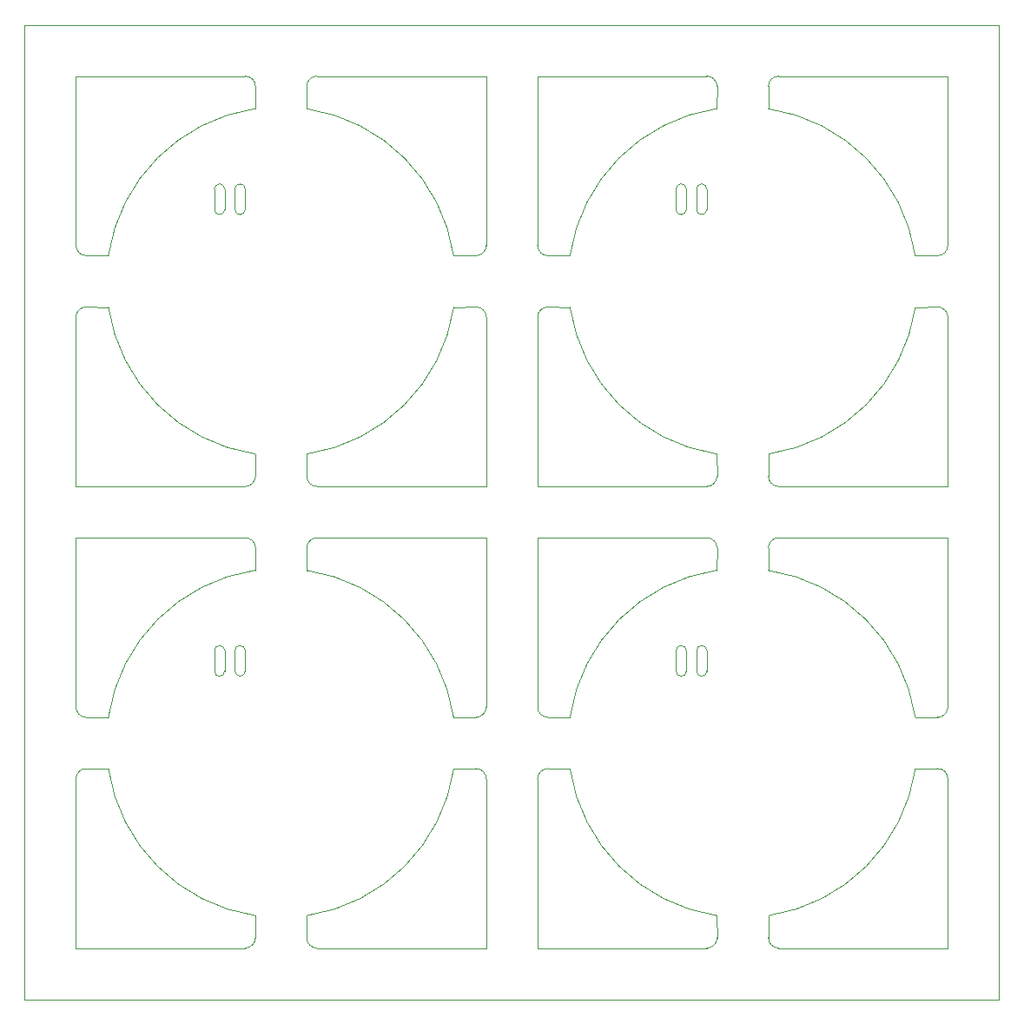
<source format=gm1>
%TF.GenerationSoftware,KiCad,Pcbnew,8.99.0-2433-g53022ab347*%
%TF.CreationDate,2024-09-29T16:39:53+02:00*%
%TF.ProjectId,BlinkyLoopSAO_2x2_panel,426c696e-6b79-44c6-9f6f-7053414f5f32,1.0*%
%TF.SameCoordinates,PX2faf080PY2faf080*%
%TF.FileFunction,Profile,NP*%
%FSLAX46Y46*%
G04 Gerber Fmt 4.6, Leading zero omitted, Abs format (unit mm)*
G04 Created by KiCad (PCBNEW 8.99.0-2433-g53022ab347) date 2024-09-29 16:39:53*
%MOMM*%
%LPD*%
G01*
G04 APERTURE LIST*
%TA.AperFunction,Profile*%
%ADD10C,0.050000*%
%TD*%
G04 APERTURE END LIST*
D10*
X66500000Y-5000000D02*
G75*
G02*
X67500000Y-6000000I0J-1000000D01*
G01*
X6000000Y-67500000D02*
X8163816Y-67483814D01*
X6000000Y-27500000D02*
X8163815Y-27516183D01*
X4999999Y-73499999D02*
G75*
G02*
X6000000Y-72499999I1000001J-1D01*
G01*
X90000000Y-50000000D02*
X89999999Y-66500001D01*
X6000000Y-22500000D02*
G75*
G02*
X5000000Y-21500001I0J1000000D01*
G01*
X27500000Y-53180000D02*
G75*
G02*
X41820000Y-67500000I-2516200J-16836200D01*
G01*
X22500000Y-44000000D02*
G75*
G02*
X21500002Y-45000000I-1000000J0D01*
G01*
X44999999Y-21500001D02*
G75*
G02*
X44000000Y-22499999I-999999J1D01*
G01*
X22483813Y-86836185D02*
G75*
G02*
X8163814Y-72516183I2516187J16836185D01*
G01*
X95000000Y-95000000D02*
X0Y-95000000D01*
X27500000Y-6000000D02*
X27500000Y-8180000D01*
X41820000Y-22500000D02*
X44000000Y-22500000D01*
X6000000Y-22500000D02*
X8163816Y-22483814D01*
X4999999Y-28499999D02*
X5000000Y-45000000D01*
X45000000Y-45000000D02*
X45000001Y-28499999D01*
X86836182Y-72516185D02*
X89000000Y-72500000D01*
X90000000Y-45000000D02*
X90000001Y-28499999D01*
X0Y0D02*
X95000000Y0D01*
X50000000Y-50000000D02*
X50000000Y-65000000D01*
X49999999Y-73499999D02*
X50000000Y-90000000D01*
X72500000Y-6000000D02*
X72500000Y-8180000D01*
X49999999Y-28499999D02*
G75*
G02*
X51000000Y-27499999I1000001J-1D01*
G01*
X73499998Y-90000000D02*
X90000000Y-90000000D01*
X21500000Y-5000000D02*
G75*
G02*
X22500000Y-6000000I0J-1000000D01*
G01*
X86836183Y-72516185D02*
G75*
G02*
X72516183Y-86836183I-16836183J2516185D01*
G01*
X28499998Y-45000000D02*
X45000000Y-45000000D01*
X73499998Y-45000000D02*
G75*
G02*
X72500000Y-44000000I2J1000000D01*
G01*
X41836182Y-27516185D02*
X44000000Y-27500000D01*
X44000000Y-72500000D02*
G75*
G02*
X45000000Y-73499999I0J-1000000D01*
G01*
X27500000Y-51000000D02*
X27500000Y-53180000D01*
X89000000Y-72500000D02*
G75*
G02*
X90000000Y-73499999I0J-1000000D01*
G01*
X95000000Y0D02*
X95000000Y-95000000D01*
X50000000Y-65000000D02*
X50000001Y-66500001D01*
X5000000Y-5000000D02*
X5000000Y-20000000D01*
X90000000Y-5000000D02*
X89999999Y-21500001D01*
X51000000Y-67500000D02*
G75*
G02*
X50000000Y-66500001I0J1000000D01*
G01*
X8163815Y-22483814D02*
G75*
G02*
X22483817Y-8163815I16836185J-2516186D01*
G01*
X5000000Y-50000000D02*
X5000000Y-65000000D01*
X5000000Y-65000000D02*
X5000001Y-66500001D01*
X41836182Y-72516185D02*
X44000000Y-72500000D01*
X89000000Y-27500000D02*
G75*
G02*
X90000000Y-28499999I0J-1000000D01*
G01*
X89999999Y-21500001D02*
G75*
G02*
X89000000Y-22499999I-999999J1D01*
G01*
X45000000Y-5000000D02*
X44999999Y-21500001D01*
X27500000Y-51000000D02*
G75*
G02*
X28500000Y-50000000I1000000J0D01*
G01*
X67500000Y-51000000D02*
X67483817Y-53163814D01*
X0Y-95000000D02*
X0Y0D01*
X67483813Y-41836185D02*
X67500000Y-44000000D01*
X50000000Y-20000000D02*
X50000001Y-21500001D01*
X44000000Y-27500000D02*
G75*
G02*
X45000000Y-28499999I0J-1000000D01*
G01*
X41836183Y-72516185D02*
G75*
G02*
X27516183Y-86836183I-16836183J2516185D01*
G01*
X27500000Y-6000000D02*
G75*
G02*
X28500000Y-5000000I1000000J0D01*
G01*
X5000000Y-20000000D02*
X5000001Y-21500001D01*
X41836183Y-27516185D02*
G75*
G02*
X27516183Y-41836183I-16836183J2516185D01*
G01*
X28499998Y-90000000D02*
X45000000Y-90000000D01*
X72516183Y-41836184D02*
X72500000Y-44000000D01*
X50000000Y-90000000D02*
X66500002Y-89999999D01*
X51000000Y-67500000D02*
X53163816Y-67483814D01*
X4999999Y-28499999D02*
G75*
G02*
X6000000Y-27499999I1000001J-1D01*
G01*
X72516183Y-86836184D02*
X72500000Y-89000000D01*
X53163815Y-67483814D02*
G75*
G02*
X67483817Y-53163815I16836185J-2516186D01*
G01*
X6000000Y-67500000D02*
G75*
G02*
X5000000Y-66500001I0J1000000D01*
G01*
X72500000Y-6000000D02*
G75*
G02*
X73500000Y-5000000I1000000J0D01*
G01*
X72500000Y-8180000D02*
G75*
G02*
X86820000Y-22500000I-2516200J-16836200D01*
G01*
X67483813Y-41836185D02*
G75*
G02*
X53163814Y-27516183I2516187J16836185D01*
G01*
X86836182Y-27516185D02*
X89000000Y-27500000D01*
X89999999Y-66500001D02*
G75*
G02*
X89000000Y-67499999I-999999J1D01*
G01*
X86820000Y-67500000D02*
X89000000Y-67500000D01*
X72500000Y-53180000D02*
G75*
G02*
X86820000Y-67500000I-2516200J-16836200D01*
G01*
X49999999Y-28499999D02*
X50000000Y-45000000D01*
X21500000Y-50000000D02*
X5000000Y-50000000D01*
X21500000Y-5000000D02*
X5000000Y-5000000D01*
X41820000Y-67500000D02*
X44000000Y-67500000D01*
X67500000Y-6000000D02*
X67483817Y-8163814D01*
X66500000Y-50000000D02*
X50000000Y-50000000D01*
X51000000Y-22500000D02*
X53163816Y-22483814D01*
X5000000Y-90000000D02*
X21500002Y-89999999D01*
X67483813Y-86836185D02*
G75*
G02*
X53163814Y-72516183I2516187J16836185D01*
G01*
X67500000Y-44000000D02*
G75*
G02*
X66500002Y-45000000I-1000000J0D01*
G01*
X72500000Y-51000000D02*
X72500000Y-53180000D01*
X49999999Y-73499999D02*
G75*
G02*
X51000000Y-72499999I1000001J-1D01*
G01*
X6000000Y-72500000D02*
X8163815Y-72516183D01*
X21500000Y-50000000D02*
G75*
G02*
X22500000Y-51000000I0J-1000000D01*
G01*
X4999999Y-73499999D02*
X5000000Y-90000000D01*
X66500000Y-50000000D02*
G75*
G02*
X67500000Y-51000000I0J-1000000D01*
G01*
X73499998Y-90000000D02*
G75*
G02*
X72500000Y-89000000I2J1000000D01*
G01*
X53163815Y-22483814D02*
G75*
G02*
X67483817Y-8163815I16836185J-2516186D01*
G01*
X27516183Y-41836184D02*
X27500000Y-44000000D01*
X86820000Y-22500000D02*
X89000000Y-22500000D01*
X5000000Y-45000000D02*
X21500002Y-44999999D01*
X27500000Y-8180000D02*
G75*
G02*
X41820000Y-22500000I-2516200J-16836200D01*
G01*
X90000000Y-90000000D02*
X90000001Y-73499999D01*
X22483813Y-41836185D02*
G75*
G02*
X8163814Y-27516183I2516187J16836185D01*
G01*
X51000000Y-27500000D02*
X53163815Y-27516183D01*
X51000000Y-22500000D02*
G75*
G02*
X50000000Y-21500001I0J1000000D01*
G01*
X22500000Y-89000000D02*
G75*
G02*
X21500002Y-90000000I-1000000J0D01*
G01*
X50000000Y-5000000D02*
X50000000Y-20000000D01*
X28500000Y-5000000D02*
X45000000Y-5000000D01*
X72500000Y-51000000D02*
G75*
G02*
X73500000Y-50000000I1000000J0D01*
G01*
X67483813Y-86836185D02*
X67500000Y-89000000D01*
X45000000Y-90000000D02*
X45000001Y-73499999D01*
X51000000Y-72500000D02*
X53163815Y-72516183D01*
X28499998Y-90000000D02*
G75*
G02*
X27500000Y-89000000I2J1000000D01*
G01*
X67500000Y-89000000D02*
G75*
G02*
X66500002Y-90000000I-1000000J0D01*
G01*
X66500000Y-5000000D02*
X50000000Y-5000000D01*
X27516183Y-86836184D02*
X27500000Y-89000000D01*
X44999999Y-66500001D02*
G75*
G02*
X44000000Y-67499999I-999999J1D01*
G01*
X86836183Y-27516185D02*
G75*
G02*
X72516183Y-41836183I-16836183J2516185D01*
G01*
X45000000Y-50000000D02*
X44999999Y-66500001D01*
X22500000Y-6000000D02*
X22483817Y-8163814D01*
X50000000Y-45000000D02*
X66500002Y-44999999D01*
X73500000Y-5000000D02*
X90000000Y-5000000D01*
X8163815Y-67483814D02*
G75*
G02*
X22483817Y-53163815I16836185J-2516186D01*
G01*
X28499998Y-45000000D02*
G75*
G02*
X27500000Y-44000000I2J1000000D01*
G01*
X22483813Y-41836185D02*
X22500000Y-44000000D01*
X22483813Y-86836185D02*
X22500000Y-89000000D01*
X73500000Y-50000000D02*
X90000000Y-50000000D01*
X73499998Y-45000000D02*
X90000000Y-45000000D01*
X22500000Y-51000000D02*
X22483817Y-53163814D01*
X28500000Y-50000000D02*
X45000000Y-50000000D01*
X19500000Y-18000004D02*
G75*
G02*
X18500000Y-18000000I-500000J4D01*
G01*
X21500000Y-16000002D02*
X21500000Y-18000002D01*
X21500000Y-18000002D02*
G75*
G02*
X20500000Y-17999998I-500000J2D01*
G01*
X20500000Y-15999998D02*
G75*
G02*
X21500000Y-16000002I500000J-2D01*
G01*
X18500000Y-16000000D02*
G75*
G02*
X19500000Y-16000004I500000J0D01*
G01*
X19500000Y-16000004D02*
X19500000Y-18000004D01*
X20500000Y-17999998D02*
X20500000Y-15999998D01*
X18500000Y-18000000D02*
X18500000Y-16000000D01*
X64500000Y-18000004D02*
G75*
G02*
X63500000Y-18000000I-500000J4D01*
G01*
X66500000Y-16000002D02*
X66500000Y-18000002D01*
X66500000Y-18000002D02*
G75*
G02*
X65500000Y-17999998I-500000J2D01*
G01*
X65500000Y-15999998D02*
G75*
G02*
X66500000Y-16000002I500000J-2D01*
G01*
X63500000Y-16000000D02*
G75*
G02*
X64500000Y-16000004I500000J0D01*
G01*
X64500000Y-16000004D02*
X64500000Y-18000004D01*
X65500000Y-17999998D02*
X65500000Y-15999998D01*
X63500000Y-18000000D02*
X63500000Y-16000000D01*
X19500000Y-63000004D02*
G75*
G02*
X18500000Y-63000000I-500000J4D01*
G01*
X21500000Y-61000002D02*
X21500000Y-63000002D01*
X21500000Y-63000002D02*
G75*
G02*
X20500000Y-62999998I-500000J2D01*
G01*
X20500000Y-60999998D02*
G75*
G02*
X21500000Y-61000002I500000J-2D01*
G01*
X18500000Y-61000000D02*
G75*
G02*
X19500000Y-61000004I500000J0D01*
G01*
X19500000Y-61000004D02*
X19500000Y-63000004D01*
X20500000Y-62999998D02*
X20500000Y-60999998D01*
X18500000Y-63000000D02*
X18500000Y-61000000D01*
X64500000Y-63000004D02*
G75*
G02*
X63500000Y-63000000I-500000J4D01*
G01*
X66500000Y-61000002D02*
X66500000Y-63000002D01*
X66500000Y-63000002D02*
G75*
G02*
X65500000Y-62999998I-500000J2D01*
G01*
X65500000Y-60999998D02*
G75*
G02*
X66500000Y-61000002I500000J-2D01*
G01*
X63500000Y-61000000D02*
G75*
G02*
X64500000Y-61000004I500000J0D01*
G01*
X64500000Y-61000004D02*
X64500000Y-63000004D01*
X65500000Y-62999998D02*
X65500000Y-60999998D01*
X63500000Y-63000000D02*
X63500000Y-61000000D01*
M02*

</source>
